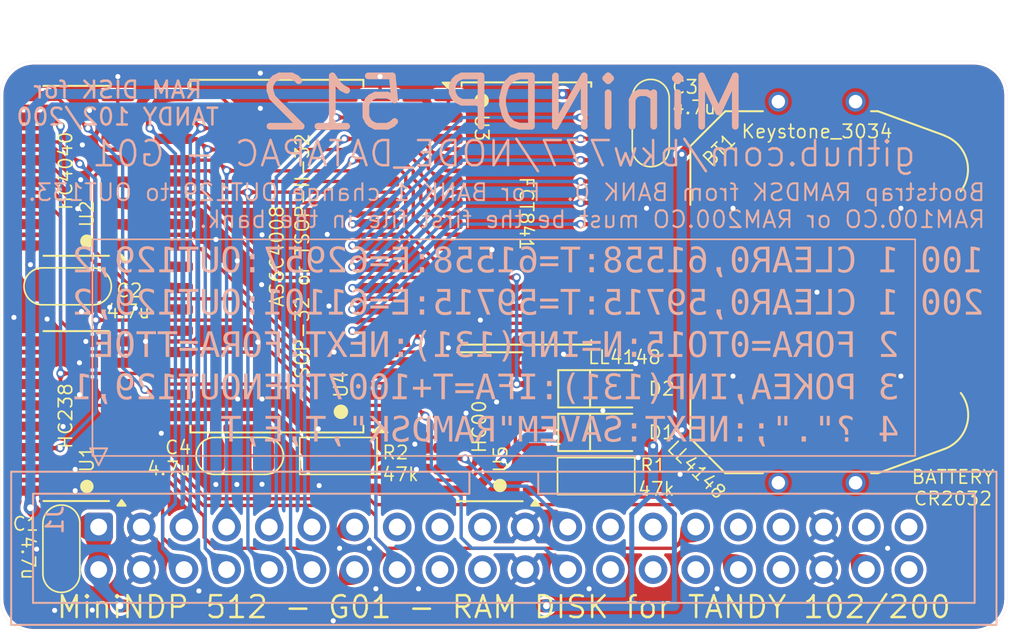
<source format=kicad_pcb>
(kicad_pcb (version 20240108) (generator "pcbnew") (generator_version "8.0")
  (title_block (title "MiniNDP 512") (date "2024-11-25") (rev "G01") (company "Brian K. White - b.kenyon.w@gmail.com") (comment 1 "github.com/bkw777/NODE_DATAPAC"))
  (layers (0 "F.Cu" signal) (31 "B.Cu" signal) (34 "B.Paste" user) (35 "F.Paste" user) (36 "B.SilkS" user "B.Silkscreen") (37 "F.SilkS" user "F.Silkscreen") (38 "B.Mask" user) (39 "F.Mask" user) (44 "Edge.Cuts" user))
  (net 0 "")
  (net 1 "GND")
  (net 2 "VMEM")
  (net 3 "VBUS")
  (net 4 "/AD0")
  (net 5 "/AD1")
  (net 6 "/AD2")
  (net 7 "/AD3")
  (net 8 "/AD4")
  (net 9 "/AD5")
  (net 10 "/AD6")
  (net 11 "/AD7")
  (net 12 "/A8")
  (net 13 "/A9")
  (net 14 "/~{RD}")
  (net 15 "/RAMRST")
  (net 16 "/~{Y0}")
  (net 17 "/(A)")
  (net 23 "/BUS_A10")
  (net 24 "/A5")
  (net 25 "/A6")
  (net 26 "/~{CE}")
  (net 27 "/A7")
  (net 28 "+BATT")
  (net 29 "/BUS_A8")
  (net 30 "/BUS_A9")
  (net 31 "/A0")
  (net 32 "/A1")
  (net 33 "/A2")
  (net 34 "/A3")
  (net 35 "/A4")
  (net 46 "/BYTE")
  (net 48 "/~{WR}")
  (net 50 "/A15")
  (net 51 "/A12")
  (net 52 "/A13")
  (net 53 "/A18")
  (net 54 "/A14")
  (net 55 "/A16")
  (net 56 "/A17")
  (net 57 "/A10")
  (net 58 "/A11")
  (net 59 "/BLOCK")
  (net 69 "Net-(U5-Pad3)")
  (footprint "000_LOCAL:MiniNDP_Cover" (layer "F.Cu") (at 151.95 103.025)
    (property "Reference" "N1")
    (property "Value" "MiniNDP_Cover")
  )
  (footprint "000_LOCAL:Fiducial_0.75_1.5" (layer "F.Cu") (at 179.95 118.025)
    (property "Reference" "F2" (hide yes))
    (property "Value" "Fiducial_0.75_1.5" (hide yes))
  )
  (footprint "000_LOCAL:TSOP-II-SOP-32_dual" (layer "F.Cu") (at 138.4372 97.626 180)
    (property "Reference" "U4")
    (property "Value" "AS6C4008")
  )
  (footprint "000_LOCAL:C_1206" (layer "F.Cu") (at 136.225 109.525)
    (property "Reference" "C4")
    (property "Value" "4.7u")
  )
  (footprint "000_LOCAL:SOIC-16_3.9x9.9mm_P1.27mm" (layer "F.Cu") (at 126.485 107.151 180)
    (property "Reference" "U1")
    (property "Value" "HC238")
  )
  (footprint "000_LOCAL:Fiducial_0.75_1.5" (layer "F.Cu") (at 179.95 88.025 90)
    (property "Reference" "F2" (hide yes))
    (property "Value" "Fiducial_0.75_1.5" (hide yes))
  )
  (footprint "000_LOCAL:C_1206" (layer "F.Cu") (at 160.7 89.7 -90)
    (property "Reference" "C3")
    (property "Value" "4.7u")
  )
  (footprint "000_LOCAL:R_1206" (layer "F.Cu") (at 157.45 110.725 180)
    (property "Reference" "R1")
    (property "Value" "47k")
  )
  (footprint "000_LOCAL:C_1206" (layer "F.Cu") (at 125.6 115.05 -90)
    (property "Reference" "C1")
    (property "Value" "4.7u")
  )
  (footprint "000_LOCAL:SOIC-14_3.9x8.7mm_P1.27mm" (layer "F.Cu") (at 151.123 107.786 180)
    (property "Reference" "U5")
    (property "Value" "HC00")
  )
  (footprint "000_LOCAL:Fiducial_0.75_1.5" (layer "F.Cu") (at 123.95 118.025)
    (property "Reference" "F3" (hide yes))
    (property "Value" "Fiducial_0.75_1.5" (hide yes))
  )
  (footprint "000_LOCAL:D_MiniMELF" (layer "F.Cu") (at 157.85 105.525)
    (property "Reference" "D2")
    (property "Value" "LL4148")
  )
  (footprint "000_LOCAL:C_1206" (layer "F.Cu") (at 125.975 99.425)
    (property "Reference" "C2")
    (property "Value" "4.7u")
  )
  (footprint "000_LOCAL:Keystone_3028_3034" (layer "F.Cu") (at 170.6 99.775 90)
    (property "Reference" "BT1")
    (property "Value" "Keystone_3034")
  )
  (footprint "000_LOCAL:R_1206" (layer "F.Cu") (at 142.1 109.525)
    (property "Reference" "R2")
    (property "Value" "47k")
  )
  (footprint "000_LOCAL:SOIC-16_3.9x9.9mm_P1.27mm" (layer "F.Cu") (at 126.485 92.546 180)
    (property "Reference" "U2")
    (property "Value" "HC4040")
  )
  (footprint "000_LOCAL:SOIC-24" (layer "F.Cu") (at 153.298 95.086)
    (property "Reference" "U3")
    (property "Value" "FCT841")
  )
  (footprint "000_LOCAL:D_MiniMELF" (layer "F.Cu") (at 157.85 108.125)
    (property "Reference" "D1")
    (property "Value" "LL4148")
  )
  (footprint "000_LOCAL:IDC-Header_2x20_P2.54mm_Vertical" (layer "B.Cu") (at 127.820707 113.755707 -90)
    (property "Reference" "J1")
    (property "Value" "Conn_02x20_Odd_Even")
  )
  (gr_rect (start 127.45 96.625) (end 176.45 109.525) (stroke (width 0.1)) (fill none) (layer "B.SilkS"))
  (gr_line (start 123.95 86.025) (end 179.95 86.025) (stroke (width 0.01)) (layer "Edge.Cuts"))
  (gr_line (start 179.95 120.025) (end 123.95 120.025) (stroke (width 0.01)) (layer "Edge.Cuts"))
  (gr_arc (start 179.95 86.024999) (mid 181.364214 86.610786) (end 181.950001 88.025) (stroke (width 0.01)) (layer "Edge.Cuts"))
  (gr_arc (start 123.95 120.025) (mid 122.535786 119.439214) (end 121.95 118.025) (stroke (width 0.01)) (layer "Edge.Cuts"))
  (gr_arc (start 181.950001 118.025) (mid 181.364214 119.439214) (end 179.95 120.025001) (stroke (width 0.01)) (layer "Edge.Cuts"))
  (gr_line (start 181.95 88.025) (end 181.95 118.025) (stroke (width 0.01)) (layer "Edge.Cuts"))
  (gr_arc (start 121.949999 88.025) (mid 122.535786 86.610786) (end 123.95 86.024999) (stroke (width 0.01)) (layer "Edge.Cuts"))
  (gr_line (start 121.95 118.025) (end 121.95 88.025) (stroke (width 0.01)) (layer "Edge.Cuts"))
  (gr_text "${TITLE}" (at 151.95 88.525 0) (layer "B.SilkS") (effects (font (size 3 3) (thickness 0.4)) (justify mirror)))
  (gr_text "100 1 CLEAR0,61558:T=61558:E=62957:OUT129,2\n200 1 CLEAR0,59715:T=59715:E=61101:OUT129,2\n    2 FORA=0TO15:N=INP(131):NEXT:FORA=TTOE\n    3 POKEA,INP(131):IFA=T+1007THENOUT129,1\n    4 ?{dblquote}.{dblquote};:NEXT:SAVEM{dblquote}RAMDSK{dblquote},T,E,T" (at 180.55 108.925 0) (layer "B.SilkS") (effects (font (size 1.5 1.5) (thickness 0.1)) (justify left bottom mirror)))
  (gr_text "${COMMENT1} - ${REVISION}" (at 151.95 91.525 0) (layer "B.SilkS") (effects (font (size 1.5 1.5)) (justify mirror)))
  (gr_text "Bootstrap RAMDSK from BANK 0.  For BANK 1 change OUT129 to OUT133.\nRAM100.CO or RAM200.CO must be the first file in the bank." (at 180.7 96.025 0) (layer "B.SilkS") (effects (font (size 1 1) (thickness 0.12)) (justify left bottom mirror)))
  (gr_text "RAM DISK for\nTANDY 102/200" (at 128.95 88.525 0) (layer "B.SilkS") (effects (font (size 1 1)) (justify mirror)))
  (gr_text "SOP-32 or TSOP-II-32" (at 139.95 97.625 90) (layer "F.SilkS") (effects (font (size 0.8 0.8) (thickness 0.1))))
  (gr_text "${TITLE} - ${REVISION} - RAM DISK for TANDY 102/200" (at 151.95 118.525 0) (layer "F.SilkS") (effects (font (size 1.3 1.3))))
  (gr_text "BATTERY\nCR2032" (at 178.7 111.425 0) (layer "F.SilkS") (effects (font (size 0.8 0.8) (thickness 0.1))))
  (via (at 126.677 105.881) (size 0.5) (drill 0.3) (layers "F.Cu" "B.Cu") (net 1))
  (via (at 149.7 106.975) (size 0.5) (drill 0.3) (layers "F.Cu" "B.Cu") (net 1))
  (via (at 151.25 97.245) (size 0.5) (drill 0.3) (layers "F.Cu" "B.Cu") (net 1))
  (via (at 148.648 103.087) (size 0.5) (drill 0.3) (layers "F.Cu" "B.Cu") (net 1))
  (via (at 126.8 100.925) (size 0.5) (drill 0.3) (layers "F.Cu" "B.Cu") (net 1))
  (via (at 170.6 99.775) (size 0.5) (drill 0.3) (layers "F.Cu" "B.Cu") (net 1))
  (via (at 164.65 117.438) (size 0.5) (drill 0.3) (layers "F.Cu" "B.Cu") (net 1))
  (via (at 131.55 108.175) (size 0.5) (drill 0.3) (layers "F.Cu" "B.Cu") (net 1))
  (via (at 165.6 94.775) (size 0.5) (drill 0.3) (layers "F.Cu" "B.Cu") (net 1))
  (via (at 142.171 115.025) (size 0.5) (drill 0.3) (layers "F.Cu" "B.Cu") (net 1))
  (via (at 130.614 102.706) (size 0.5) (drill 0.3) (layers "F.Cu" "B.Cu") (net 1))
  (via (at 128.963 86.9326) (size 0.5) (drill 0.3) (layers "F.Cu" "B.Cu") (net 1))
  (via (at 137.55 111.215) (size 0.5) (drill 0.3) (layers "F.Cu" "B.Cu") (net 1))
  (via (at 174.81 115.025) (size 0.5) (drill 0.3) (layers "F.Cu" "B.Cu") (net 1))
  (via (at 146.743 110.326) (size 0.5) (drill 0.3) (layers "F.Cu" "B.Cu") (net 1))
  (via (at 140.901 107.913) (size 0.5) (drill 0.3) (layers "F.Cu" "B.Cu") (net 1))
  (via (at 137.55 106.135) (size 0.5) (drill 0.3) (layers "F.Cu" "B.Cu") (net 1))
  (via (at 175.6 94.775) (size 0.5) (drill 0.3) (layers "F.Cu" "B.Cu") (net 1))
  (via (at 125.7 107.775) (size 0.5) (drill 0.3) (layers "F.Cu" "B.Cu") (net 1))
  (via (at 141.8408 103.341) (size 0.5) (drill 0.3) (layers "F.Cu" "B.Cu") (net 1))
  (via (at 136.05 111.225) (size 0.5) (drill 0.3) (layers "F.Cu" "B.Cu") (net 1))
  (via (at 150.553 101.436) (size 0.5) (drill 0.3) (layers "F.Cu" "B.Cu") (net 1))
  (via (at 151.5182 106.3128) (size 0.5) (drill 0.3) (layers "F.Cu" "B.Cu") (net 1))
  (via (at 159.95 109.625) (size 0.5) (drill 0.3) (layers "F.Cu" "B.Cu") (net 1))
  (via (at 124.75 101.375) (size 0.5) (drill 0.3) (layers "F.Cu" "B.Cu") (net 1))
  (via (at 136.075 97.9054) (size 0.5) (drill 0.3) (layers "F.Cu" "B.Cu") (net 1))
  (via (at 127.439 118.708) (size 0.5) (drill 0.3) (layers "F.Cu" "B.Cu") (net 1))
  (via (at 137.55 96.356) (size 0.5) (drill 0.3) (layers "F.Cu" "B.Cu") (net 1))
  (via (at 126.677 103.976) (size 0.5) (drill 0.3) (layers "F.Cu" "B.Cu") (net 1))
  (via (at 125.2 118.725) (size 0.5) (drill 0.3) (layers "F.Cu" "B.Cu") (net 1))
  (via (at 144.33 117.438) (size 0.5) (drill 0.3) (layers "F.Cu" "B.Cu") (net 1))
  (via (at 126.85 91) (size 0.5) (drill 0.3) (layers "F.Cu" "B.Cu") (net 1))
  (via (at 122.775 101.275) (size 0.5) (drill 0.3) (layers "F.Cu" "B.Cu") (net 1))
  (via (at 126.75 93.075) (size 0.5) (drill 0.3) (layers "F.Cu" "B.Cu") (net 1))
  (via (at 126.575 94.8) (size 0.5) (drill 0.3) (layers "F.Cu" "B.Cu") (net 1))
  (via (at 137.45 88.825) (size 0.5) (drill 0.3) (layers "F.Cu" "B.Cu") (net 1))
  (via (at 130 100.725) (size 0.5) (drill 0.3) (layers "F.Cu" "B.Cu") (net 1))
  (via (at 165.6 104.775) (size 0.5) (drill 0.3) (layers "F.Cu" "B.Cu") (net 1))
  (via (at 136.1 106.135) (size 0.5) (drill 0.3) (layers "F.Cu" "B.Cu") (net 1))
  (via (at 146.87 117.438) (size 0.5) (drill 0.3) (layers "F.Cu" "B.Cu") (net 1))
  (via (at 127.058 102.706) (size 0.5) (drill 0.3) (layers "F.Cu" "B.Cu") (net 1))
  (via (at 126.423 110.326) (size 0.5) (drill 0.3) (layers "F.Cu" "B.Cu") (net 1))
  (via (at 141.79 119.343) (size 0.5) (drill 0.3) (layers "F.Cu" "B.Cu") (net 1))
  (via (at 155.506 103.468) (size 0.5) (drill 0.3) (layers "F.Cu" "B.Cu") (net 1))
  (via (at 124.125 115.075) (size 0.5) (drill 0.3) (layers "F.Cu" "B.Cu") (net 1))
  (via (at 141.4344 96.3306) (size 0.5) (drill 0.3) (layers "F.Cu" "B.Cu") (net 1))
  (via (at 159.8 104.025) (size 0.5) (drill 0.3) (layers "F.Cu" "B.Cu") (net 1))
  (via (at 137.3 102.75) (size 0.5) (drill 0.3) (layers "F.Cu" "B.Cu") (net 1))
  (via (at 134.8 111.225) (size 0.5) (drill 0.3) (layers "F.Cu" "B.Cu") (net 1))
  (via (at 128.4804 100.674) (size 0.5) (drill 0.3) (layers "F.Cu" "B.Cu") (net 1))
  (via (at 144.584 86.9326) (size 0.5) (drill 0.3) (layers "F.Cu" "B.Cu") (net 1))
  (via (at 143.949 115.025) (size 0.5) (drill 0.3) (layers "F.Cu" "B.Cu") (net 1))
  (via (at 146.65 108.825) (size 0.5) (drill 0.3) (layers "F.Cu" "B.Cu") (net 1))
  (via (at 141.536 100.5978) (size 0.5) (drill 0.3) (layers "F.Cu" "B.Cu") (net 1))
  (via (at 157.03 117.438) (size 0.5) (drill 0.3) (layers "F.Cu" "B.Cu") (net 1))
  (via (at 157.85 106.825) (size 0.5) (drill 0.3) (layers "F.Cu" "B.Cu") (net 1))
  (via (at 127.275 88.95) (size 0.5) (drill 0.3) (layers "F.Cu" "B.Cu") (net 1))
  (via (at 160.45 94.775) (size 0.5) (drill 0.3) (layers "F.Cu" "B.Cu") (net 1))
  (via (at 140.9518 111.2912) (size 0.5) (drill 0.3) (layers "F.Cu" "B.Cu") (net 1))
  (via (at 175.6 104.775) (size 0.5) (drill 0.3) (layers "F.Cu" "B.Cu") (net 1))
  (via (at 133.789 117.565) (size 0.5) (drill 0.3) (layers "F.Cu" "B.Cu") (net 1))
  (via (at 137.525 99.325) (size 0.5) (drill 0.3) (layers "F.Cu" "B.Cu") (net 1))
  (via (at 137.45 86.725) (size 0.5) (drill 0.3) (layers "F.Cu" "B.Cu") (net 1))
  (via (at 134.805 96.6354) (size 0.5) (drill 0.3) (layers "F.Cu" "B.Cu") (net 1))
  (via (at 126.423 111.596) (size 0.5) (drill 0.3) (layers "F.Cu" "B.Cu") (net 1))
  (via (at 162.45 110.625) (size 0.5) (drill 0.3) (layers "F.Cu" "B.Cu") (net 1))
  (segment (start 138.2635 107.151) (end 132.2904 107.151) (width 0.6) (layer "F.Cu") (net 2))
  (segment (start 156.1 108.125) (end 156.3 108.125) (width 0.2) (layer "F.Cu") (net 2))
  (segment (start 140.6375 109.525) (end 138.2635 107.151) (width 0.6) (layer "F.Cu") (net 2))
  (segment (start 151.95 109.818) (end 150.172 111.596) (width 0.6) (layer "F.Cu") (net 2))
  (segment (start 156.1 108.125) (end 155.804 108.421) (width 0.6) (layer "F.Cu") (net 2))
  (segment (start 144.571 111.596) (end 144.444 111.469) (width 0.6) (layer "F.Cu") (net 2))
  (segment (start 134.75 109.525) (end 134.75 107.151) (width 0.6) (layer "F.Cu") (net 2))
  (segment (start 155.804 108.421) (end 155.0234 108.421) (width 0.6) (layer "F.Cu") (net 2))
  (segment (start 142.552 111.469) (end 140.6375 109.5545) (width 0.6) (layer "F.Cu") (net 2))
  (segment (start 150.172 111.596) (end 144.571 111.596) (width 0.6) (layer "F.Cu") (net 2))
  (segment (start 144.444 111.469) (end 142.552 111.469) (width 0.6) (layer "F.Cu") (net 2))
  (segment (start 140.6375 109.5545) (end 140.6375 109.525) (width 0.6) (layer "F.Cu") (net 2))
  (segment (start 158.9125 109.975) (end 158.9125 110.725) (width 0.2) (layer "F.Cu") (net 2))
  (segment (start 156.1 108.125) (end 156.1 105.525) (width 0.6) (layer "F.Cu") (net 2))
  (segment (start 158.15 109.975) (end 158.9125 109.975) (width 0.2) (layer "F.Cu") (net 2))
  (segment (start 156.3 108.125) (end 158.15 109.975) (width 0.2) (layer "F.Cu") (net 2))
  (via (at 151.95 109.818) (size 0.5) (drill 0.3) (layers "F.Cu" "B.Cu") (net 2))
  (via (at 155.0234 108.421) (size 0.5) (drill 0.3) (layers "F.Cu" "B.Cu") (net 2))
  (segment (start 155.0234 108.421) (end 153.347 108.421) (width 0.6) (layer "B.Cu") (net 2))
  (segment (start 153.347 108.421) (end 151.95 109.818) (width 0.6) (layer "B.Cu") (net 2))
  (segment (start 123.756 98.134) (end 123.756 97.245) (width 0.6) (layer "F.Cu") (net 3))
  (segment (start 160.84 108.929) (end 160.036 108.125) (width 0.6) (layer "F.Cu") (net 3))
  (segment (start 155.45 87.974) (end 160.449 87.974) (width 0.6) (layer "F.Cu") (net 3))
  (segment (start 123.756 98.681) (end 123.756 98.134) (width 0.6) (layer "F.Cu") (net 3))
  (segment (start 123.756 111.85) (end 124.01 111.596) (width 0.6) (layer "F.Cu") (net 3))
  (segment (start 123.756 112.612) (end 123.756 111.85) (width 0.6) (layer "F.Cu") (net 3))
  (segment (start 124.899 113.755) (end 127.82 113.755) (width 0.8) (layer "F.Cu") (net 3))
  (segment (start 124.5 99.425) (end 123.756 98.681) (width 0.6) (layer "F.Cu") (net 3))
  (segment (start 129.09 118.454) (end 154.49 118.454) (width 0.6) (layer "F.Cu") (net 3))
  (segment (start 160.036 108.125) (end 159.6 108.125) (width 0.6) (layer "F.Cu") (net 3))
  (segment (start 127.82 116.295) (end 127.82 113.755) (width 1) (layer "F.Cu") (net 3))
  (segment (start 123.756 97.245) (end 124.01 96.991) (width 0.6) (layer "F.Cu") (net 3))
  (segment (start 123.756 112.612) (end 124.899 113.755) (width 0.8) (layer "F.Cu") (net 3))
  (segment (start 160.449 87.974) (end 160.7 88.225) (width 0.6) (layer "F.Cu") (net 3))
  (via (at 123.756 112.612) (size 0.8) (drill 0.4) (layers "F.Cu" "B.Cu") (net 3))
  (via (at 155.45 87.974) (size 0.6) (drill 0.3) (layers "F.Cu" "B.Cu") (net 3))
  (via (at 129.09 118.454) (size 0.8) (drill 0.4) (layers "F.Cu" "B.Cu") (net 3))
  (via (at 123.756 98.134) (size 0.6) (drill 0.3) (layers "F.Cu" "B.Cu") (net 3))
  (via (at 160.84 108.929) (size 0.5) (drill 0.3) (layers "F.Cu" "B.Cu") (net 3))
  (via (at 154.49 118.454) (size 0.8) (drill 0.4) (layers "F.Cu" "B.Cu") (net 3))
  (segment (start 159.57 112.993) (end 159.57 118.454) (width 0.3) (layer "B.Cu") (net 3))
  (segment (start 123.756 98.134) (end 123.756 88.994) (width 0.6) (layer "B.Cu") (net 3))
  (segment (start 160.84 111.723) (end 162.11 112.993) (width 0.3) (layer "B.Cu") (net 3))
  (segment (start 127.82 117.184) (end 129.09 118.454) (width 0.6) (layer "B.Cu") (net 3))
  (segment (start 127.82 116.295) (end 127.82 117.184) (width 0.6) (layer "B.Cu") (net 3))
  (segment (start 160.84 111.723) (end 159.57 112.993) (width 0.3) (layer "B.Cu") (net 3))
  (segment (start 124.776 87.974) (end 155.45 87.974) (width 0.6) (layer "B.Cu") (net 3))
  (segment (start 162.11 112.993) (end 162.11 118.454) (width 0.3) (layer "B.Cu") (net 3))
  (segment (start 159.57 118.454) (end 154.49 118.454) (width 0.6) (layer "B.Cu") (net 3))
  (segment (start 123.756 88.994) (end 124.776 87.974) (width 0.6) (layer "B.Cu") (net 3))
  (segment (start 160.84 108.929) (end 160.84 111.723) (width 0.6) (layer "B.Cu") (net 3))
  (segment (start 159.57 118.454) (end 162.11 118.454) (width 0.6) (layer "B.Cu") (net 3))
  (segment (start 123.756 112.612) (end 123.756 98.134) (width 0.6) (layer "B.Cu") (net 3))
  (segment (start 139.189 88.736) (end 146.997 88.736) (width 0.2) (layer "F.Cu") (net 4))
  (segment (start 130.741 88.863) (end 131.503 88.101) (width 0.2) (layer "F.Cu") (net 4))
  (segment (start 146.997 88.736) (end 147.505 89.244) (width 0.2) (layer "F.Cu") (net 4))
  (segment (start 130.868 90.006) (end 130.741 89.879) (width 0.2) (layer "F.Cu") (net 4))
  (segment (start 132.2904 88.101) (end 135.076 88.101) (width 0.2) (layer "F.Cu") (net 4))
  (segment (start 148.521 89.244) (end 148.648 89.371) (width 0.2) (layer "F.Cu") (net 4))
  (segment (start 130.741 89.879) (end 130.741 88.863) (width 0.2) (layer "F.Cu") (net 4))
  (segment (start 138.45 89.475) (end 139.189 88.736) (width 0.2) (layer "F.Cu") (net 4))
  (segment (start 147.505 89.244) (end 148.521 89.244) (width 0.2) (layer "F.Cu") (net 4))
  (segment (start 136.45 89.475) (end 138.45 89.475) (width 0.2) (layer "F.Cu") (net 4))
  (segment (start 135.076 88.101) (end 136.45 89.475) (width 0.2) (layer "F.Cu") (net 4))
  (segment (start 131.503 88.101) (end 132.2904 88.101) (width 0.2) (layer "F.Cu") (net 4))
  (via (at 130.868 90.006) (size 0.5) (drill 0.3) (layers "F.Cu" "B.Cu") (net 4))
  (segment (start 132.392 112.358) (end 131.63 113.12) (width 0.2) (layer "B.Cu") (net 4))
  (segment (start 132.392 91.53) (end 132.392 112.358) (width 0.2) (layer "B.Cu") (net 4))
  (segment (start 130.868 90.006) (end 132.392 91.53) (width 0.2) (layer "B.Cu") (net 4))
  (segment (start 131.63 113.12) (end 131.63 115.025) (width 0.2) (layer "B.Cu") (net 4))
  (segment (start 131.63 115.025) (end 132.9 116.295) (width 0.2) (layer "B.Cu") (net 4))
  (segment (start 133.281 89.371) (end 132.2904 89.371) (width 0.2) (layer "F.Cu") (net 5))
  (segment (start 133.916 90.006) (end 133.281 89.371) (width 0.2) (layer "F.Cu") (net 5))
  (segment (start 146.29 90.006) (end 148.195 91.911) (width 0.2) (layer "F.Cu") (net 5))
  (segment (start 148.195 91.911) (end 148.648 91.911) (width 0.2) (layer "F.Cu") (net 5))
  (segment (start 133.916 90.006) (end 146.29 90.006) (width 0.2) (layer "F.Cu") (net 5))
  (via (at 133.916 90.006) (size 0.5) (drill 0.3) (layers "F.Cu" "B.Cu") (net 5))
  (segment (start 133.916 90.006) (end 133.281 90.641) (width 0.2) (layer "B.Cu") (net 5))
  (segment (start 133.281 113.374) (end 132.9 113.755) (width 0.2) (layer "B.Cu") (net 5))
  (segment (start 133.281 90.641) (end 133.281 113.374) (width 0.2) (layer "B.Cu") (net 5))
  (segment (start 147.009 92.304) (end 147.009 92.7612) (width 0.2) (layer "F.Cu") (net 6))
  (segment (start 147.459 93.875) (end 147.709 94.125) (width 0.2) (layer "F.Cu") (net 6))
  (segment (start 134.3 91.276) (end 133.665 90.641) (width 0.2) (layer "F.Cu") (net 6))
  (segment (start 134.3 91.276) (end 145.981 91.276) (width 0.2) (layer "F.Cu") (net 6))
  (segment (start 133.665 90.641) (end 132.2904 90.641) (width 0.2) (layer "F.Cu") (net 6))
  (segment (start 148.460002 94.125) (end 148.659001 94.323999) (width 0.2) (layer "F.Cu") (net 6))
  (segment (start 145.981 91.276) (end 147.009 92.304) (width 0.2) (layer "F.Cu") (net 6))
  (segment (start 147.009 92.7612) (end 147.459 93.2112) (width 0.2) (layer "F.Cu") (net 6))
  (segment (start 147.459 93.2112) (end 147.459 93.875) (width 0.2) (layer "F.Cu") (net 6))
  (segment (start 147.709 94.125) (end 148.460002 94.125) (width 0.2) (layer "F.Cu") (net 6))
  (via (at 134.3 91.276) (size 0.5) (drill 0.3) (layers "F.Cu" "B.Cu") (net 6))
  (segment (start 134.3 91.276) (end 134.17 91.406) (width 0.2) (layer "B.Cu") (net 6))
  (segment (start 134.17 91.406) (end 134.17 115.025) (width 0.2) (layer "B.Cu") (net 6))
  (segment (start 134.17 115.025) (end 135.44 116.295) (width 0.2) (layer "B.Cu") (net 6))
  (segment (start 146.109 92.804) (end 146.109 93.2836) (width 0.2) (layer "F.Cu") (net 7))
  (segment (start 146.559 93.7336) (end 146.559 95.325) (width 0.2) (layer "F.Cu") (net 7))
  (segment (start 135.44 92.525) (end 135.461 92.546) (width 0.2) (layer "F.Cu") (net 7))
  (segment (start 146.559 95.325) (end 148.097999 96.863999) (width 0.2) (layer "F.Cu") (net 7))
  (segment (start 148.097999 96.863999) (end 148.659001 96.863999) (width 0.2) (layer "F.Cu") (net 7))
  (segment (start 135.461 92.546) (end 145.851 92.546) (width 0.2) (layer "F.Cu") (net 7))
  (segment (start 146.109 93.2836) (end 146.559 93.7336) (width 0.2) (layer "F.Cu") (net 7))
  (segment (start 135.44 92.525) (end 134.826 91.911) (width 0.2) (layer "F.Cu") (net 7))
  (segment (start 134.826 91.911) (end 132.2904 91.911) (width 0.2) (layer "F.Cu") (net 7))
  (segment (start 145.851 92.546) (end 146.109 92.804) (width 0.2) (layer "F.Cu") (net 7))
  (via (at 135.44 92.525) (size 0.5) (drill 0.3) (layers "F.Cu" "B.Cu") (net 7))
  (segment (start 135.44 92.525) (end 135.44 113.755) (width 0.2) (layer "B.Cu") (net 7))
  (segment (start 148.108999 98.133999) (end 148.659 98.133999) (width 0.2) (layer "F.Cu") (net 8))
  (segment (start 136.71 93.825) (end 134.941 93.825) (width 0.2) (layer "F.Cu") (net 8))
  (segment (start 134.297 93.181) (end 132.2904 93.181) (width 0.2) (layer "F.Cu") (net 8))
  (segment (start 145.9 93.816) (end 146.109 94.025) (width 0.2) (layer "F.Cu") (net 8))
  (segment (start 146.109 96.134) (end 148.108999 98.133999) (width 0.2) (layer "F.Cu") (net 8))
  (segment (start 134.941 93.825) (end 134.297 93.181) (width 0.2) (layer "F.Cu") (net 8))
  (segment (start 146.109 94.025) (end 146.109 96.134) (width 0.2) (layer "F.Cu") (net 8))
  (segment (start 136.719 93.816) (end 145.9 93.816) (width 0.2) (layer "F.Cu") (net 8))
  (segment (start 136.71 93.825) (end 136.719 93.816) (width 0.2) (layer "F.Cu") (net 8))
  (via (at 136.71 93.825) (size 0.5) (drill 0.3) (layers "F.Cu" "B.Cu") (net 8))
  (segment (start 136.71 93.825) (end 136.71 115.025) (width 0.2) (layer "B.Cu") (net 8))
  (segment (start 136.71 115.025) (end 137.98 116.295) (width 0.2) (layer "B.Cu") (net 8))
  (segment (start 141.95 89.371) (end 144.584 89.371) (width 0.2) (layer "F.Cu") (net 9))
  (segment (start 146.2604 89.244) (end 147.5304 90.514) (width 0.2) (layer "F.Cu") (net 9))
  (segment (start 147.5304 90.514) (end 148.521 90.514) (width 0.2) (layer "F.Cu") (net 9))
  (segment (start 144.711 89.244) (end 146.2604 89.244) (width 0.2) (layer "F.Cu") (net 9))
  (segment (start 144.584 89.371) (end 144.711 89.244) (width 0.2) (layer "F.Cu") (net 9))
  (segment (start 148.521 90.514) (end 148.648 90.641) (width 0.2) (layer "F.Cu") (net 9))
  (via (at 141.95 89.371) (size 0.5) (drill 0.3) (layers "F.Cu" "B.Cu") (net 9))
  (segment (start 138.4 92.921) (end 138.4 113.335) (width 0.2) (layer "B.Cu") (net 9))
  (segment (start 141.95 89.371) (end 138.4 92.921) (width 0.2) (layer "B.Cu") (net 9))
  (segment (start 138.4 113.335) (end 137.98 113.755) (width 0.2) (layer "B.Cu") (net 9))
  (segment (start 148.214 93.181) (end 148.648 93.181) (width 0.2) (layer "F.Cu") (net 10))
  (segment (start 147.459 92.426) (end 148.214 93.181) (width 0.2) (layer "F.Cu") (net 10))
  (segment (start 147.459 92.0174) (end 147.459 92.426) (width 0.2) (layer "F.Cu") (net 10))
  (segment (start 142.45 90.641) (end 146.0826 90.641) (width 0.2) (layer "F.Cu") (net 10))
  (segment (start 146.0826 90.641) (end 147.459 92.0174) (width 0.2) (layer "F.Cu") (net 10))
  (via (at 142.45 90.641) (size 0.5) (drill 0.3) (layers "F.Cu" "B.Cu") (net 10))
  (segment (start 139.25 93.841) (end 139.25 115.025) (width 0.2) (layer "B.Cu") (net 10))
  (segment (start 139.25 115.025) (end 140.52 116.295) (width 0.2) (layer "B.Cu") (net 10))
  (segment (start 142.45 90.641) (end 139.25 93.841) (width 0.2) (layer "B.Cu") (net 10))
  (segment (start 146.0688 92.075) (end 146.559 92.5652) (width 0.2) (layer "F.Cu") (net 11))
  (segment (start 144.6094 91.911) (end 144.7734 92.075) (width 0.2) (layer "F.Cu") (net 11))
  (segment (start 146.559 92.5652) (end 146.559 93.0245) (width 0.2) (layer "F.Cu") (net 11))
  (segment (start 144.7734 92.075) (end 146.0688 92.075) (width 0.2) (layer "F.Cu") (net 11))
  (segment (start 142.933 91.911) (end 144.6094 91.911) (width 0.2) (layer "F.Cu") (net 11))
  (segment (start 147.009 94.475) (end 148.127999 95.593999) (width 0.2) (layer "F.Cu") (net 11))
  (segment (start 148.127999 95.593999) (end 148.659001 95.593999) (width 0.2) (layer "F.Cu") (net 11))
  (segment (start 147.009 93.4745) (end 147.009 94.475) (width 0.2) (layer "F.Cu") (net 11))
  (segment (start 146.559 93.0245) (end 147.009 93.4745) (width 0.2) (layer "F.Cu") (net 11))
  (via (at 142.933 91.911) (size 0.5) (drill 0.3) (layers "F.Cu" "B.Cu") (net 11))
  (segment (start 140.1 94.744) (end 140.1 113.335) (width 0.2) (layer "B.Cu") (net 11))
  (segment (start 142.933 91.911) (end 140.1 94.744) (width 0.2) (layer "B.Cu") (net 11))
  (segment (start 140.1 113.335) (end 140.52 113.755) (width 0.2) (layer "B.Cu") (net 11))
  (segment (start 132.2904 100.801) (end 132.1144 100.625) (width 0.2) (layer "F.Cu") (net 12))
  (segment (start 127.15 97.591) (end 127.15 94.3906) (width 0.2) (layer "F.Cu") (net 12))
  (segment (start 127.684 98.125) (end 127.15 97.591) (width 0.2) (layer "F.Cu") (net 12))
  (segment (start 132.1144 100.625) (end 130.9 100.625) (width 0.2) (layer "F.Cu") (net 12))
  (segment (start 124.6704 91.911) (end 124.01 91.911) (width 0.2) (layer "F.Cu") (net 12))
  (segment (start 130.9 100.625) (end 128.4 98.125) (width 0.2) (layer "F.Cu") (net 12))
  (segment (start 127.15 94.3906) (end 124.6704 91.911) (width 0.2) (layer "F.Cu") (net 12))
  (segment (start 128.4 98.125) (end 127.684 98.125) (width 0.2) (layer "F.Cu") (net 12))
  (segment (start 132.2904 104.611) (end 131.4522 104.611) (width 0.2) (layer "F.Cu") (net 13))
  (segment (start 126.4 102.325) (end 125.55 101.475) (width 0.2) (layer "F.Cu") (net 13))
  (segment (start 130.1822 103.341) (end 126.766 103.341) (width 0.2) (layer "F.Cu") (net 13))
  (segment (start 126.4 102.975) (end 126.4 102.325) (width 0.2) (layer "F.Cu") (net 13))
  (segment (start 125.55 95.275) (end 124.92 94.645) (width 0.2) (layer "F.Cu") (net 13))
  (segment (start 125.55 101.475) (end 125.55 95.275) (width 0.2) (layer "F.Cu") (net 13))
  (segment (start 124.92 94.645) (end 124.204 94.645) (width 0.2) (layer "F.Cu") (net 13))
  (segment (start 126.766 103.341) (end 126.4 102.975) (width 0.2) (layer "F.Cu") (net 13))
  (segment (start 124.204 94.645) (end 124.01 94.451) (width 0.2) (layer "F.Cu") (net 13))
  (segment (start 131.4522 104.611) (end 130.1822 103.341) (width 0.2) (layer "F.Cu") (net 13))
  (segment (start 147.2764 107.151) (end 146.6414 106.516) (width 0.2) (layer "F.Cu") (net 14))
  (segment (start 143.241 106.516) (end 133.9192 97.1942) (width 0.2) (layer "F.Cu") (net 14))
  (segment (start 132.4936 97.1942) (end 132.2904 96.991) (width 0.2) (layer "F.Cu") (net 14))
  (segment (start 146.6414 106.516) (end 143.241 106.516) (width 0.2) (layer "F.Cu") (net 14))
  (segment (start 133.9192 97.1942) (end 132.4936 97.1942) (width 0.2) (layer "F.Cu") (net 14))
  (via (at 147.2764 107.151) (size 0.5) (drill 0.3) (layers "F.Cu" "B.Cu") (net 14))
  (segment (start 154.363 115.025) (end 155.633 116.295) (width 0.2) (layer "B.Cu") (net 14))
  (segment (start 147.632 110.199) (end 149.41 111.977) (width 0.2) (layer "B.Cu") (net 14))
  (segment (start 155.633 116.295) (end 155.76 116.295) (width 0.2) (layer "B.Cu") (net 14))
  (segment (start 147.2764 107.151) (end 147.632 107.5066) (width 0.2) (layer "B.Cu") (net 14))
  (segment (start 147.632 107.5066) (end 147.632 110.199) (width 0.2) (layer "B.Cu") (net 14))
  (segment (start 149.41 111.977) (end 149.41 114.39) (width 0.2) (layer "B.Cu") (net 14))
  (segment (start 150.045 115.025) (end 154.363 115.025) (width 0.2) (layer "B.Cu") (net 14))
  (segment (start 149.41 114.39) (end 150.045 115.025) (width 0.2) (layer "B.Cu") (net 14))
  (segment (start 153.79 110.326) (end 155.5885 110.326) (width 0.2) (layer "F.Cu") (net 15))
  (segment (start 153.911 111.475) (end 155.9875 111.475) (width 0.2) (layer "F.Cu") (net 15))
  (segment (start 155.9875 110.725) (end 155.9875 111.475) (width 0.2) (layer "F.Cu") (net 15))
  (segment (start 157.05 111.475) (end 157.55 111.975) (width 0.2) (layer "F.Cu") (net 15))
  (segment (start 155.5885 110.326) (end 155.9875 110.725) (width 0.2) (layer "F.Cu") (net 15))
  (segment (start 155.9875 111.475) (end 157.05 111.475) (width 0.2) (layer "F.Cu") (net 15))
  (segment (start 157.55 111.975) (end 166.159 111.975) (width 0.2) (layer "F.Cu") (net 15))
  (segment (start 153.79 111.596) (end 153.911 111.475) (width 0.2) (layer "F.Cu") (net 15))
  (segment (start 167.19 114.415) (end 167.8 115.025) (width 0.2) (layer "F.Cu") (net 15))
  (segment (start 167.8 115.025) (end 172.27 115.025) (width 0.2) (layer "F.Cu") (net 15))
  (segment (start 167.19 113.006) (end 167.19 114.415) (width 0.2) (layer "F.Cu") (net 15))
  (segment (start 172.27 115.025) (end 173.54 116.295) (width 0.2) (layer "F.Cu") (net 15))
  (segment (start 166.159 111.975) (end 167.19 113.006) (width 0.2) (layer "F.Cu") (net 15))
  (segment (start 163.38 113.755) (end 162.11 115.025) (width 0.2) (layer "F.Cu") (net 16))
  (segment (start 129.55 107.975) (end 129.149 107.975) (width 0.2) (layer "F.Cu") (net 16))
  (segment (start 134.05 112.475) (end 129.55 107.975) (width 0.2) (layer "F.Cu") (net 16))
  (segment (start 144.33 113.105) (end 143.7 112.475) (width 0.2) (layer "F.Cu") (net 16))
  (segment (start 144.33 114.39) (end 144.33 113.105) (width 0.2) (layer "F.Cu") (net 16))
  (segment (start 144.965 115.025) (end 144.33 114.39) (width 0.2) (layer "F.Cu") (net 16))
  (segment (start 129.149 107.975) (end 128.96 107.786) (width 0.2) (layer "F.Cu") (net 16))
  (segment (start 143.7 112.475) (end 134.05 112.475) (width 0.2) (layer "F.Cu") (net 16))
  (segment (start 162.11 115.025) (end 144.965 115.025) (width 0.2) (layer "F.Cu") (net 16))
  (segment (start 143.9375 112.075) (end 134.25 112.075) (width 0.2) (layer "F.Cu") (net 17))
  (segment (start 163.955 112.425) (end 144.2875 112.425) (width 0.2) (layer "F.Cu") (net 17))
  (segment (start 164.65 115.025) (end 164.65 113.12) (width 0.2) (layer "F.Cu") (net 17))
  (segment (start 129.3948 105.246) (end 128.96 105.246) (width 0.2) (layer "F.Cu") (net 17))
  (segment (start 144.2875 112.425) (end 143.9375 112.075) (width 0.2) (layer "F.Cu") (net 17))
  (segment (start 130.2838 108.1088) (end 130.2838 106.135) (width 0.2) (layer "F.Cu") (net 17))
  (segment (start 165.92 116.295) (end 164.65 115.025) (width 0.2) (layer "F.Cu") (net 17))
  (segment (start 164.65 113.12) (end 163.955 112.425) (width 0.2) (layer "F.Cu") (net 17))
  (segment (start 130.2838 106.135) (end 129.3948 105.246) (width 0.2) (layer "F.Cu") (net 17))
  (segment (start 134.25 112.075) (end 130.2838 108.1088) (width 0.2) (layer "F.Cu") (net 17))
  (segment (start 147.505 99.531) (end 148.648 99.531) (width 0.2) (layer "F.Cu") (net 23))
  (segment (start 146.8 100.236) (end 147.505 99.531) (width 0.2) (layer "F.Cu") (net 23))
  (segment (start 146.8 102.725) (end 146.8 100.236) (width 0.2) (layer "F.Cu") (net 23))
  (via (at 146.8 102.725) (size 0.5) (drill 0.3) (layers "F.Cu" "B.Cu") (net 23))
  (segment (start 146.8 102.725) (end 144.33 105.195) (width 0.2) (layer "B.Cu") (net 23))
  (segment (start 144.33 105.195) (end 144.33 114.39) (width 0.2) (layer "B.Cu") (net 23))
  (segment (start 144.33 114.39) (end 145.6 115.66) (width 0.2) (layer "B.Cu") (net 23))
  (segment (start 145.6 115.66) (end 145.6 116.295) (width 0.2) (layer "B.Cu") (net 23))
  (segment (start 129.6488 95.721) (end 128.96 95.721) (width 0.2) (layer "F.Cu") (net 24))
  (segment (start 132.2904 99.531) (end 132.0844 99.325) (width 0.2) (layer "F.Cu") (net 24))
  (segment (start 131.45 99.325) (end 130.3346 98.2096) (width 0.2) (layer "F.Cu") (net 24))
  (segment (start 130.3346 98.2096) (end 130.3346 96.4068) (width 0.2) (layer "F.Cu") (net 24))
  (segment (start 132.0844 99.325) (end 131.45 99.325) (width 0.2) (layer "F.Cu") (net 24))
  (segment (start 130.3346 96.4068) (end 129.6488 95.721) (width 0.2) (layer "F.Cu") (net 24))
  (segment (start 131.503 95.721) (end 132.2904 95.721) (width 0.2) (layer "F.Cu") (net 25))
  (segment (start 130.614 94.832) (end 131.503 95.721) (width 0.2) (layer "F.Cu") (net 25))
  (segment (start 129.6234 93.181) (end 130.614 94.1716) (width 0.2) (layer "F.Cu") (net 25))
  (segment (start 130.614 94.1716) (end 130.614 94.832) (width 0.2) (layer "F.Cu") (net 25))
  (segment (start 128.96 93.181) (end 129.6234 93.181) (width 0.2) (layer "F.Cu") (net 25))
  (segment (start 134.076 94.451) (end 132.2904 94.451) (width 0.2) (layer "F.Cu") (net 26))
  (segment (start 138.521 98.896) (end 134.076 94.451) (width 0.2) (layer "F.Cu") (net 26))
  (segment (start 153.79 105.246) (end 152.712 105.246) (width 0.2) (layer "F.Cu") (net 26))
  (segment (start 152.712 98.896) (end 138.521 98.896) (width 0.2) (layer "F.Cu") (net 26))
  (via (at 152.712 98.896) (size 0.5) (drill 0.3) (layers "F.Cu" "B.Cu") (net 26))
  (via (at 152.712 105.246) (size 0.5) (drill 0.3) (layers "F.Cu" "B.Cu") (net 26))
  (segment (start 152.712 98.896) (end 152.712 105.246) (width 0.2) (layer "B.Cu") (net 26))
  (segment (start 132.2904 102.071) (end 126.796 102.071) (width 0.2) (layer "F.Cu") (net 27))
  (segment (start 126.796 102.071) (end 126 101.275) (width 0.2) (layer "F.Cu") (net 27))
  (segment (start 126 101.275) (end 126 94.675) (width 0.2) (layer "F.Cu") (net 27))
  (segment (start 126 94.675) (end 124.506 93.181) (width 0.2) (layer "F.Cu") (net 27))
  (segment (start 124.506 93.181) (end 124.01 93.181) (width 0.2) (layer "F.Cu") (net 27))
  (segment (start 165 110.425) (end 169.9 110.425) (width 0.6) (layer "F.Cu") (net 28))
  (segment (start 162.55 91.561) (end 164.986 89.125) (width 0.6) (layer "F.Cu") (net 28))
  (segment (start 169.9 110.425) (end 170.6 111.125) (width 0.6) (layer "F.Cu") (net 28))
  (segment (start 159.6 105.525) (end 160.15 106.075) (width 0.6) (layer "F.Cu") (net 28))
  (segment (start 164.986 89.125) (end 169.9 89.125) (width 0.6) (layer "F.Cu") (net 28))
  (segment (start 160.65 106.075) (end 162.55 107.975) (width 0.6) (layer "F.Cu") (net 28))
  (segment (start 162.55 107.975) (end 165 110.425) (width 0.6) (layer "F.Cu") (net 28))
  (segment (start 169.9 89.125) (end 170.6 88.425) (width 0.6) (layer "F.Cu") (net 28))
  (segment (start 160.15 106.075) (end 160.65 106.075) (width 0.6) (layer "F.Cu") (net 28))
  (via (at 168.3 88.425) (size 1.2) (drill 0.8) (layers "F.Cu" "B.Cu") (net 28))
  (via (at 168.3 111.125) (size 1.2) (drill 0.8) (layers "F.Cu" "B.Cu") (net 28))
  (via (at 162.55 91.561) (size 0.6) (drill 0.3) (layers "F.Cu" "B.Cu") (net 28))
  (via (at 162.55 107.975) (size 0.6) (drill 0.3) (layers "F.Cu" "B.Cu") (net 28))
  (via (at 172.9 111.125) (size 1.2) (drill 0.8) (layers "F.Cu" "B.Cu") (net 28))
  (via (at 172.9 88.425) (size 1.2) (drill 0.8) (layers "F.Cu" "B.Cu") (net 28))
  (segment (start 162.55 91.561) (end 162.55 107.975) (width 0.6) (layer "B.Cu") (net 28))
  (segment (start 134.17 116.93) (end 134.865 117.625) (width 0.2) (layer "F.Cu") (net 29))
  (segment (start 134.865 117.625) (end 141.73 117.625) (width 0.2) (layer "F.Cu") (net 29))
  (segment (start 130.8045 111.596) (end 131.63 112.4215) (width 0.2) (layer "F.Cu") (net 29))
  (segment (start 128.96 111.596) (end 130.8045 111.596) (width 0.2) (layer "F.Cu") (net 29))
  (segment (start 131.63 114.39) (end 132.265 115.025) (width 0.2) (layer "F.Cu") (net 29))
  (segment (start 131.63 112.4215) (end 131.63 114.39) (width 0.2) (layer "F.Cu") (net 29))
  (segment (start 133.535 115.025) (end 134.17 115.66) (width 0.2) (layer "F.Cu") (net 29))
  (segment (start 132.265 115.025) (end 133.535 115.025) (width 0.2) (layer "F.Cu") (net 29))
  (segment (start 134.17 115.66) (end 134.17 116.93) (width 0.2) (layer "F.Cu") (net 29))
  (segment (start 141.73 117.625) (end 143.06 116.295) (width 0.2) (layer "F.Cu") (net 29))
  (segment (start 131.301 110.326) (end 134.1 113.125) (width 0.2) (layer "F.Cu") (net 30))
  (segment (start 142.425 113.755) (end 143.06 113.755) (width 0.2) (layer "F.Cu") (net 30))
  (segment (start 134.75 115.025) (end 141.155 115.025) (width 0.2) (layer "F.Cu") (net 30))
  (segment (start 128.96 110.326) (end 131.301 110.326) (width 0.2) (layer "F.Cu") (net 30))
  (segment (start 134.1 113.125) (end 134.1 114.375) (width 0.2) (layer "F.Cu") (net 30))
  (segment (start 141.155 115.025) (end 142.425 113.755) (width 0.2) (layer "F.Cu") (net 30))
  (segment (start 134.1 114.375) (end 134.75 115.025) (width 0.2) (layer "F.Cu") (net 30))
  (segment (start 132.1094 105.7) (end 132.2904 105.881) (width 0.2) (layer "F.Cu") (net 31))
  (segment (start 130.687 105.7) (end 132.1094 105.7) (width 0.2) (layer "F.Cu") (net 31))
  (segment (start 124.1878 88.2788) (end 124.01 88.101) (width 0.2) (layer "F.Cu") (net 31))
  (segment (start 127.185 90.006) (end 125.4578 88.2788) (width 0.2) (layer "F.Cu") (net 31))
  (segment (start 125.4578 88.2788) (end 124.1878 88.2788) (width 0.2) (layer "F.Cu") (net 31))
  (segment (start 130.5632 105.5762) (end 130.687 105.7) (width 0.2) (layer "F.Cu") (net 31))
  (via (at 127.185 90.006) (size 0.5) (drill 0.3) (layers "F.Cu" "B.Cu") (net 31))
  (via (at 130.5632 105.5762) (size 0.5) (drill 0.3) (layers "F.Cu" "B.Cu") (net 31))
  (segment (start 129.25 104.263) (end 130.5632 105.5762) (width 0.2) (layer "B.Cu") (net 31))
  (segment (start 127.185 90.006) (end 129.25 92.071) (width 0.2) (layer "B.Cu") (net 31))
  (segment (start 129.25 92.071) (end 129.25 104.263) (width 0.2) (layer "B.Cu") (net 31))
  (segment (start 130.7664 92.3174) (end 130.995 92.546) (width 0.2) (layer "F.Cu") (net 32))
  (segment (start 130.2584 89.9806) (end 130.2584 90.26) (width 0.2) (layer "F.Cu") (net 32))
  (segment (start 128.96 89.371) (end 129.6488 89.371) (width 0.2) (layer "F.Cu") (net 32))
  (segment (start 130.995 92.546) (end 134.421 92.546) (width 0.2) (layer "F.Cu") (net 32))
  (segment (start 130.2584 90.26) (end 130.7664 90.768) (width 0.2) (layer "F.Cu") (net 32))
  (segment (start 135.056 93.181) (end 144.584 93.181) (width 0.2) (layer "F.Cu") (net 32))
  (segment (start 129.6488 89.371) (end 130.2584 89.9806) (width 0.2) (layer "F.Cu") (net 32))
  (segment (start 130.7664 90.768) (end 130.7664 92.3174) (width 0.2) (layer "F.Cu") (net 32))
  (segment (start 134.421 92.546) (end 135.056 93.181) (width 0.2) (layer "F.Cu") (net 32))
  (segment (start 144.584 94.451) (end 134.805 94.451) (width 0.2) (layer "F.Cu") (net 33))
  (segment (start 130.3346 93.0286) (end 130.3346 91.3522) (width 0.2) (layer "F.Cu") (net 33))
  (segment (start 131.122 93.816) (end 130.3346 93.0286) (width 0.2) (layer "F.Cu") (net 33))
  (segment (start 134.805 94.451) (end 134.17 93.816) (width 0.2) (layer "F.Cu") (net 33))
  (segment (start 130.3346 91.3522) (end 129.6234 90.641) (width 0.2) (layer "F.Cu") (net 33))
  (segment (start 134.17 93.816) (end 131.122 93.816) (width 0.2) (layer "F.Cu") (net 33))
  (segment (start 129.6234 90.641) (end 128.96 90.641) (width 0.2) (layer "F.Cu") (net 33))
  (segment (start 143.187 107.151) (end 136.202 100.166) (width 0.2) (layer "F.Cu") (net 34))
  (segment (start 127.6 92.825) (end 128.514 91.911) (width 0.2) (layer "F.Cu") (net 34))
  (segment (start 128.55 97.675) (end 127.9335 97.675) (width 0.2) (layer "F.Cu") (net 34))
  (segment (start 131.041 100.166) (end 128.55 97.675) (width 0.2) (layer "F.Cu") (net 34))
  (segment (start 136.202 100.166) (end 131.041 100.166) (width 0.2) (layer "F.Cu") (net 34))
  (segment (start 128.514 91.911) (end 128.96 91.911) (width 0.2) (layer "F.Cu") (net 34))
  (segment (start 127.9335 97.675) (end 127.6 97.3415) (width 0.2) (layer "F.Cu") (net 34))
  (segment (start 144.584 107.151) (end 143.187 107.151) (width 0.2) (layer "F.Cu") (net 34))
  (segment (start 127.6 97.3415) (end 127.6 92.825) (width 0.2) (layer "F.Cu") (net 34))
  (segment (start 128.96 94.451) (end 129.598 94.451) (width 0.2) (layer "F.Cu") (net 35))
  (segment (start 131.436 98.261) (end 132.2904 98.261) (width 0.2) (layer "F.Cu") (net 35))
  (segment (start 130.7664 95.6194) (end 130.7664 97.5914) (width 0.2) (layer "F.Cu") (net 35))
  (segment (start 129.598 94.451) (end 130.7664 95.6194) (width 0.2) (layer "F.Cu") (net 35))
  (segment (start 130.7664 97.5914) (end 131.436 98.261) (width 0.2) (layer "F.Cu") (net 35))
  (segment (start 131.122 105.246) (end 139.377 105.246) (width 0.2) (layer "F.Cu") (net 46))
  (segment (start 125.55 104.611) (end 125.55 105.975) (width 0.2) (layer "F.Cu") (net 46))
  (segment (start 142.425 110.35) (end 142.8582 110.7832) (width 0.2) (layer "F.Cu") (net 46))
  (segment (start 152.6104 106.6938) (end 153.6122 106.6938) (width 0.2) (layer "F.Cu") (net 46))
  (segment (start 142.425 108.294) (end 142.425 110.35) (width 0.2) (layer "F.Cu") (net 46))
  (segment (start 142.8582 110.7832) (end 144.8582 110.7832) (width 0.2) (layer "F.Cu") (net 46))
  (segment (start 151.7 107.6042) (end 152.6104 106.6938) (width 0.2) (layer "F.Cu") (net 46))
  (segment (start 125.026 89.371) (end 124.01 89.371) (width 0.2) (layer "F.Cu") (net 46))
  (segment (start 153.6122 106.6938) (end 153.79 106.516) (width 0.2) (layer "F.Cu") (net 46))
  (segment (start 149.8926 110.961) (end 151.7 109.1536) (width 0.2) (layer "F.Cu") (net 46))
  (segment (start 125.2 106.325) (end 124.201 106.325) (width 0.2) (layer "F.Cu") (net 46))
  (segment (start 144.8582 110.7832) (end 145.036 110.961) (width 0.2) (layer "F.Cu") (net 46))
  (segment (start 125.55 105.975) (end 125.2 106.325) (width 0.2) (layer "F.Cu") (net 46))
  (segment (start 130.487 104.611) (end 131.122 105.246) (width 0.2) (layer "F.Cu") (net 46))
  (segment (start 125.55 89.895) (end 125.026 89.371) (width 0.2) (layer "F.Cu") (net 46))
  (segment (start 139.377 105.246) (end 142.425 108.294) (width 0.2) (layer "F.Cu") (net 46))
  (segment (start 145.036 110.961) (end 149.8926 110.961) (width 0.2) (layer "F.Cu") (net 46))
  (segment (start 125.55 104.611) (end 130.487 104.611) (width 0.2) (layer "F.Cu") (net 46))
  (segment (start 124.201 106.325) (end 124.01 106.516) (width 0.2) (layer "F.Cu") (net 46))
  (segment (start 151.7 109.1536) (end 151.7 107.6042) (width 0.2) (layer "F.Cu") (net 46))
  (via (at 125.55 89.895) (size 0.5) (drill 0.3) (layers "F.Cu" "B.Cu") (net 46))
  (via (at 125.55 104.611) (size 0.5) (drill 0.3) (layers "F.Cu" "B.Cu") (net 46))
  (segment (start 125.55 89.895) (end 125.55 104.611) (width 0.2) (layer "B.Cu") (net 46))
  (segment (start 143.7285 109.691) (end 143.06 109.0225) (width 0.2) (layer "F.Cu") (net 48))
  (segment (start 138.107 103.341) (end 132.2904 103.341) (width 0.2) (layer "F.Cu") (net 48))
  (segment (start 149.6386 109.691) (end 143.7285 109.691) (width 0.2) (layer "F.Cu") (net 48))
  (segment (start 143.06 108.294) (end 138.107 103.341) (width 0.2) (layer "F.Cu") (net 48))
  (segment (start 143.06 109.0225) (end 143.06 108.294) (width 0.2) (layer "F.Cu") (net 48))
  (via (at 149.6386 109.691) (size 0.5) (drill 0.3) (layers "F.Cu" "B.Cu") (net 48))
  (segment (start 149.6386 109.691) (end 151.2726 111.325) (width 0.2) (layer "B.Cu") (net 48))
  (segment (start 151.2726 111.325) (end 153.33 111.325) (width 0.2) (layer "B.Cu") (net 48))
  (segment (start 153.33 111.325) (end 155.760707 113.755707) (width 0.2) (layer "B.Cu") (net 48))
  (segment (start 144.584 102.071) (end 142.933 102.071) (width 0.2) (layer "F.Cu") (net 50))
  (segment (start 156.522 95.721) (end 157.948 95.721) (width 0.2) (layer "F.Cu") (net 50))
  (via (at 156.522 95.721) (size 0.5) (drill 0.3) (layers "F.Cu" "B.Cu") (net 50))
  (via (at 142.933 102.071) (size 0.5) (drill 0.3) (layers "F.Cu" "B.Cu") (net 50))
  (segment (start 156.522 95.721) (end 149.4862 95.721) (width 0.2) (layer "B.Cu") (net 50))
  (segment (start 143.1362 102.071) (end 142.933 102.071) (width 0.2) (layer "B.Cu") (net 50))
  (segment (start 149.4862 95.721) (end 143.1362 102.071) (width 0.2) (layer "B.Cu") (net 50))
  (segment (start 144.584 98.261) (end 142.933 98.261) (width 0.2) (layer "F.Cu") (net 51))
  (segment (start 156.522 91.911) (end 157.948 91.911) (width 0.2) (layer "F.Cu") (net 51))
  (via (at 142.933 98.261) (size 0.5) (drill 0.3) (layers "F.Cu" "B.Cu") (net 51))
  (via (at 156.522 91.911) (size 0.5) (drill 0.3) (layers "F.Cu" "B.Cu") (net 51))
  (segment (start 149.4862 91.911) (end 156.522 91.911) (width 0.2) (layer "B.Cu") (net 51))
  (segment (start 143.1362 98.261) (end 149.4862 91.911) (width 0.2) (layer "B.Cu") (net 51))
  (segment (start 142.933 98.261) (end 143.1362 98.261) (width 0.2) (layer "B.Cu") (net 51))
  (segment (start 144.584 99.531) (end 142.933 99.531) (width 0.2) (layer "F.Cu") (net 52))
  (segment (start 157.949 93.181) (end 156.522 93.181) (width 0.2) (layer "F.Cu") (net 52))
  (via (at 142.933 99.531) (size 0.5) (drill 0.3) (layers "F.Cu" "B.Cu") (net 52))
  (via (at 156.522 93.181) (size 0.5) (drill 0.3) (layers "F.Cu" "B.Cu") (net 52))
  (segment (start 149.4862 93.181) (end 143.1362 99.531) (width 0.2) (layer "B.Cu") (net 52))
  (segment (start 143.1362 99.531) (end 142.933 99.531) (width 0.2) (layer "B.Cu") (net 52))
  (segment (start 156.522 93.181) (end 149.4862 93.181) (width 0.2) (layer "B.Cu") (net 52))
  (segment (start 155.5314 99.531) (end 157.948 99.531) (width 0.2) (layer "F.Cu") (net 53))
  (segment (start 144.584 105.881) (end 149.283 105.881) (width 0.2) (layer "F.Cu") (net 53))
  (segment (start 144.717 105.881) (end 144.584 105.881) (width 0.2) (layer "F.Cu") (net 53))
  (segment (start 150 105.164) (end 150 103.894) (width 0.2) (layer "F.Cu") (net 53))
  (segment (start 150 103.894) (end 152.269 101.625) (width 0.2) (layer "F.Cu") (net 53))
  (segment (start 153.4374 101.625) (end 155.5314 99.531) (width 0.2) (layer "F.Cu") (net 53))
  (segment (start 152.269 101.625) (end 153.4374 101.625) (width 0.2) (layer "F.Cu") (net 53))
  (segment (start 149.283 105.881) (end 150 105.164) (width 0.2) (layer "F.Cu") (net 53))
  (segment (start 144.584 100.801) (end 142.933 100.801) (width 0.2) (layer "F.Cu") (net 54))
  (segment (start 156.522 94.451) (end 157.948 94.451) (width 0.2) (layer "F.Cu") (net 54))
  (via (at 156.522 94.451) (size 0.5) (drill 0.3) (layers "F.Cu" "B.Cu") (net 54))
  (via (at 142.933 100.801) (size 0.5) (drill 0.3) (layers "F.Cu" "B.Cu") (net 54))
  (segment (start 143.1362 100.801) (end 149.4862 94.451) (width 0.2) (layer "B.Cu") (net 54))
  (segment (start 149.4862 94.451) (end 156.522 94.451) (width 0.2) (layer "B.Cu") (net 54))
  (segment (start 142.933 100.801) (end 143.1362 100.801) (width 0.2) (layer "B.Cu") (net 54))
  (segment (start 156.014 96.991) (end 157.948 96.991) (width 0.2) (layer "F.Cu") (net 55))
  (segment (start 147.4 103.025) (end 147.4 100.398) (width 0.2) (layer "F.Cu") (net 55))
  (segment (start 147.084 103.341) (end 147.4 103.025) (width 0.2) (layer "F.Cu") (net 55))
  (segment (start 152.839 100.166) (end 156.014 96.991) (width 0.2) (layer "F.Cu") (net 55))
  (segment (start 147.4 100.398) (end 147.632 100.166) (width 0.2) (layer "F.Cu") (net 55))
  (segment (start 144.584 103.341) (end 147.084 103.341) (width 0.2) (layer "F.Cu") (net 55))
  (segment (start 147.632 100.166) (end 152.839 100.166) (width 0.2) (layer "F.Cu") (net 55))
  (segment (start 149.55 103.709) (end 149.55 104.344) (width 0.2) (layer "F.Cu") (net 56))
  (segment (start 149.283 104.611) (end 144.584 104.611) (width 0.2) (layer "F.Cu") (net 56))
  (segment (start 156.0648 98.261) (end 153.1508 101.175) (width 0.2) (layer "F.Cu") (net 56))
  (segment (start 157.948 98.261) (end 156.0648 98.261) (width 0.2) (layer "F.Cu") (net 56))
  (segment (start 149.55 104.344) (end 149.283 104.611) (width 0.2) (layer "F.Cu") (net 56))
  (segment (start 152.084 101.175) (end 149.55 103.709) (width 0.2) (layer "F.Cu") (net 56))
  (segment (start 153.1508 101.175) (end 152.084 101.175) (width 0.2) (layer "F.Cu") (net 56))
  (segment (start 142.933 95.721) (end 144.584 95.721) (width 0.2) (layer "F.Cu") (net 57))
  (segment (start 156.522 89.371) (end 157.948 89.371) (width 0.2) (layer "F.Cu") (net 57))
  (via (at 156.522 89.371) (size 0.5) (drill 0.3) (layers "F.Cu" "B.Cu") (net 57))
  (via (at 142.933 95.721) (size 0.5) (drill 0.3) (layers "F.Cu" "B.Cu") (net 57))
  (segment (start 149.4862 89.371) (end 156.522 89.371) (width 0.2) (layer "B.Cu") (net 57))
  (segment (start 143.1362 95.721) (end 149.4862 89.371) (width 0.2) (layer "B.Cu") (net 57))
  (segment (start 142.933 95.721) (end 143.1362 95.721) (width 0.2) (layer "B.Cu") (net 57))
  (segment (start 142.933 96.991) (end 144.584 96.991) (width 0.2) (layer "F.Cu") (net 58))
  (segment (start 156.522 90.641) (end 157.948 90.641) (width 0.2) (layer "F.Cu") (net 58))
  (via (at 156.522 90.641) (size 0.5) (drill 0.3) (layers "F.Cu" "B.Cu") (net 58))
  (via (at 142.933 96.991) (size 0.5) (drill 0.3) (layers "F.Cu" "B.Cu") (net 58))
  (segment (start 156.522 90.641) (end 149.4862 90.641) (width 0.2) (layer "B.Cu") (net 58))
  (segment (start 143.1362 96.991) (end 142.933 96.991) (width 0.2) (layer "B.Cu") (net 58))
  (segment (start 149.4862 90.641) (end 143.1362 96.991) (width 0.2) (layer "B.Cu") (net 58))
  (segment (start 126.7 92.125) (end 125.4 90.825) (width 0.2) (layer "F.Cu") (net 59))
  (segment (start 150.45 104.075) (end 152.454 102.071) (width 0.2) (layer "F.Cu") (net 59))
  (segment (start 125.4 90.825) (end 124.194 90.825) (width 0.2) (layer "F.Cu") (net 59))
  (segment (start 146.87 107.786) (end 147.505 108.421) (width 0.2) (layer "F.Cu") (net 59))
  (segment (start 152.454 102.071) (end 157.948 102.071) (width 0.2) (layer "F.Cu") (net 59))
  (segment (start 136.826 101.436) (end 143.176 107.786) (width 0.2) (layer "F.Cu") (net 59))
  (segment (start 143.176 107.786) (end 146.87 107.786) (width 0.2) (layer "F.Cu") (net 59))
  (segment (start 147.505 108.421) (end 149.3084 108.421) (width 0.2) (layer "F.Cu") (net 59))
  (segment (start 149.3084 108.421) (end 150.45 107.2794) (width 0.2) (layer "F.Cu") (net 59))
  (segment (start 125.534 109.056) (end 124.01 109.056) (width 0.2) (layer "F.Cu") (net 59))
  (segment (start 150.45 107.2794) (end 150.45 104.075) (width 0.2) (layer "F.Cu") (net 59))
  (segment (start 127.661 101.436) (end 136.826 101.436) (width 0.2) (layer "F.Cu") (net 59))
  (segment (start 127.65 101.425) (end 127.661 101.436) (width 0.2) (layer "F.Cu") (net 59))
  (segment (start 124.194 90.825) (end 124.01 90.641) (width 0.2) (layer "F.Cu") (net 59))
  (via (at 127.65 101.425) (size 0.5) (drill 0.3) (layers "F.Cu" "B.Cu") (net 59))
  (via (at 126.7 92.125) (size 0.5) (drill 0.3) (layers "F.Cu" "B.Cu") (net 59))
  (via (at 125.534 109.056) (size 0.5) (drill 0.3) (layers "F.Cu" "B.Cu") (net 59))
  (segment (start 127.65 106.94) (end 125.534 109.056) (width 0.2) (layer "B.Cu") (net 59))
  (segment (start 127.65 93.075) (end 126.7 92.125) (width 0.2) (layer "B.Cu") (net 59))
  (segment (start 127.65 101.425) (end 127.65 106.94) (width 0.2) (layer "B.Cu") (net 59))
  (segment (start 127.65 101.425) (end 127.65 93.075) (width 0.2) (layer "B.Cu") (net 59))
  (segment (start 152.6358 108.8274) (end 152.6358 108.0146) (width 0.2) (layer "F.Cu") (net 69))
  (segment (start 152.6358 108.0146) (end 152.8644 107.786) (width 0.2) (layer "F.Cu") (net 69))
  (segment (start 153.79 109.056) (end 152.8644 109.056) (width 0.2) (layer "F.Cu") (net 69))
  (segment (start 152.8644 107.786) (end 153.79 107.786) (width 0.2) (layer "F.Cu") (net 69))
  (segment (start 152.8644 109.056) (end 152.6358 108.8274) (width 0.2) (layer "F.Cu") (net 69))
  (zone (net 1) (net_name "GND") (layers "F&B.Cu") (connect_pads (clearance 0.2)) (min_thickness 0.2) (fill yes (thermal_gap 0.2) (thermal_bridge_width 0.2) (smoothing fillet) (radius 0.1))
    (polygon (pts (xy 181.95 120.025) (xy 181.95 86.025) (xy 121.95 86.025) (xy 121.95 120.025)))
  )
)
</source>
